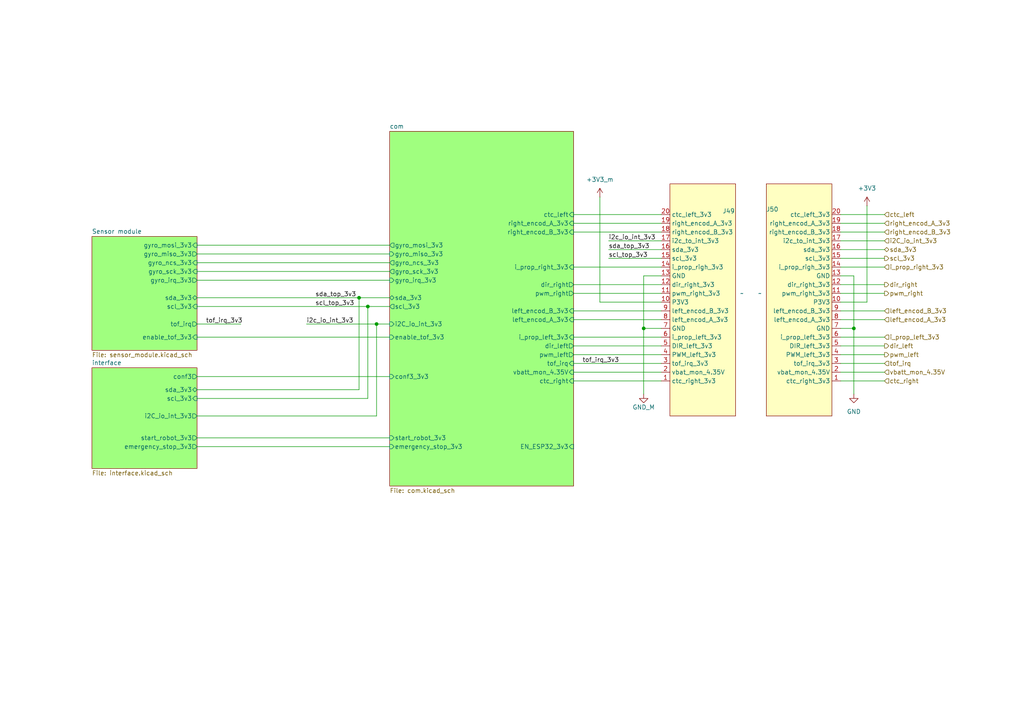
<source format=kicad_sch>
(kicad_sch (version 20231120) (generator "eeschema") (generator_version "8.0")
  (paper "A4")
  (lib_symbols
    (symbol "pmi_2023_specific:interconnect" (in_bom no)
      (property "Reference" "J" (at 7.874 -40.386 0))
      (symbol "interconnect_1_1"
        (rectangle (start -3.81 31.75) (end 15.24 -35.56) (fill (type background)))
        (pin passive line (at -6.35 -25.4 0) (length 2.54) (name "ctc_right_3v3") (number "1"))
        (pin passive line (at -6.35 -2.54 0) (length 2.54) (name "P3V3") (number "10"))
        (pin passive line (at -6.35 0 0) (length 2.54) (name "pwm_right_3v3") (number "11"))
        (pin passive line (at -6.35 2.54 0) (length 2.54) (name "dir_right_3v3") (number "12"))
        (pin passive line (at -6.35 5.08 0) (length 2.54) (name "GND") (number "13"))
        (pin passive line (at -6.35 7.62 0) (length 2.54) (name "i_prop_righ_3v3") (number "14"))
        (pin passive line (at -6.35 10.16 0) (length 2.54) (name "scl_3v3") (number "15"))
        (pin passive line (at -6.35 12.7 0) (length 2.54) (name "sda_3v3") (number "16"))
        (pin passive line (at -6.35 15.24 0) (length 2.54) (name "i2c_to_int_3v3") (number "17"))
        (pin passive line (at -6.35 17.78 0) (length 2.54) (name "right_encod_B_3v3") (number "18"))
        (pin passive line (at -6.35 20.32 0) (length 2.54) (name "right_encod_A_3v3") (number "19"))
        (pin passive line (at -6.35 -22.86 0) (length 2.54) (name "vbat_mon_4.35V") (number "2"))
        (pin passive line (at -6.35 22.86 0) (length 2.54) (name "ctc_left_3v3") (number "20"))
        (pin passive line (at -6.35 -20.32 0) (length 2.54) (name "tof_irq_3v3") (number "3"))
        (pin passive line (at -6.35 -17.78 0) (length 2.54) (name "PWM_left_3v3") (number "4"))
        (pin passive line (at -6.35 -15.24 0) (length 2.54) (name "DIR_left_3v3") (number "5"))
        (pin passive line (at -6.35 -12.7 0) (length 2.54) (name "i_prop_left_3v3") (number "6"))
        (pin passive line (at -6.35 -10.16 0) (length 2.54) (name "GND") (number "7"))
        (pin passive line (at -6.35 -7.62 0) (length 2.54) (name "left_encod_A_3v3") (number "8"))
        (pin passive line (at -6.35 -5.08 0) (length 2.54) (name "left_encod_B_3v3") (number "9"))
      )
    )
    (symbol "power:+3V3" (power) (pin_numbers hide) (pin_names (offset 0) hide)
      (property "Value" "+3V3" (at 0 3.556 0))
      (symbol "+3V3_0_1"
        (polyline (pts (xy -0.762 1.27) (xy 0 2.54)))
        (polyline (pts (xy 0 0) (xy 0 2.54)))
        (polyline (pts (xy 0 2.54) (xy 0.762 1.27)))
      )
      (symbol "+3V3_1_1"
        (pin power_in line (at 0 0 90) (length 0) (name "~") (number "1"))
      )
    )
    (symbol "power:GND" (power) (pin_numbers hide) (pin_names (offset 0) hide)
      (property "Value" "GND" (at 0 -3.81 0))
      (symbol "GND_0_1"
        (polyline (pts (xy 0 0) (xy 0 -1.27) (xy 1.27 -1.27) (xy 0 -2.54) (xy -1.27 -1.27) (xy 0 -1.27)))
      )
      (symbol "GND_1_1"
        (pin power_in line (at 0 0 270) (length 0) (name "~") (number "1"))
      )
    )
  )
  (junction (at 104.14 86.36))
  (junction (at 106.68 88.9))
  (junction (at 247.65 95.25))
  (junction (at 109.22 93.98))
  (junction (at 186.69 95.25))
  (wire (pts (xy 106.68 88.9) (xy 113.03 88.9)))
  (wire (pts (xy 243.84 72.39) (xy 256.54 72.39)))
  (wire (pts (xy 173.99 87.63) (xy 191.77 87.63)))
  (wire (pts (xy 243.84 110.49) (xy 256.54 110.49)))
  (wire (pts (xy 243.84 105.41) (xy 256.54 105.41)))
  (wire (pts (xy 57.15 120.65) (xy 109.22 120.65)))
  (wire (pts (xy 57.15 93.98) (xy 69.85 93.98)))
  (wire (pts (xy 243.84 67.31) (xy 256.54 67.31)))
  (wire (pts (xy 106.68 115.57) (xy 57.15 115.57)))
  (wire (pts (xy 176.53 69.85) (xy 191.77 69.85)))
  (wire (pts (xy 57.15 97.79) (xy 113.03 97.79)))
  (wire (pts (xy 109.22 120.65) (xy 109.22 93.98)))
  (wire (pts (xy 243.84 80.01) (xy 247.65 80.01)))
  (wire (pts (xy 251.46 87.63) (xy 251.46 59.69)))
  (wire (pts (xy 166.37 85.09) (xy 191.77 85.09)))
  (wire (pts (xy 247.65 95.25) (xy 247.65 114.3)))
  (wire (pts (xy 243.84 85.09) (xy 256.54 85.09)))
  (wire (pts (xy 104.14 86.36) (xy 104.14 113.03)))
  (wire (pts (xy 186.69 95.25) (xy 191.77 95.25)))
  (wire (pts (xy 166.37 64.77) (xy 191.77 64.77)))
  (wire (pts (xy 57.15 113.03) (xy 104.14 113.03)))
  (wire (pts (xy 166.37 105.41) (xy 191.77 105.41)))
  (wire (pts (xy 166.37 67.31) (xy 191.77 67.31)))
  (wire (pts (xy 243.84 97.79) (xy 256.54 97.79)))
  (wire (pts (xy 247.65 80.01) (xy 247.65 95.25)))
  (wire (pts (xy 166.37 62.23) (xy 191.77 62.23)))
  (wire (pts (xy 57.15 73.66) (xy 113.03 73.66)))
  (wire (pts (xy 57.15 109.22) (xy 113.03 109.22)))
  (wire (pts (xy 243.84 69.85) (xy 256.54 69.85)))
  (wire (pts (xy 57.15 88.9) (xy 106.68 88.9)))
  (wire (pts (xy 243.84 74.93) (xy 256.54 74.93)))
  (wire (pts (xy 243.84 100.33) (xy 256.54 100.33)))
  (wire (pts (xy 104.14 86.36) (xy 113.03 86.36)))
  (wire (pts (xy 166.37 110.49) (xy 191.77 110.49)))
  (wire (pts (xy 243.84 82.55) (xy 256.54 82.55)))
  (wire (pts (xy 109.22 93.98) (xy 113.03 93.98)))
  (wire (pts (xy 57.15 76.2) (xy 113.03 76.2)))
  (wire (pts (xy 243.84 95.25) (xy 247.65 95.25)))
  (wire (pts (xy 57.15 127) (xy 113.03 127)))
  (wire (pts (xy 166.37 90.17) (xy 191.77 90.17)))
  (wire (pts (xy 243.84 64.77) (xy 256.54 64.77)))
  (wire (pts (xy 191.77 80.01) (xy 186.69 80.01)))
  (wire (pts (xy 166.37 97.79) (xy 191.77 97.79)))
  (wire (pts (xy 166.37 107.95) (xy 191.77 107.95)))
  (wire (pts (xy 243.84 77.47) (xy 256.54 77.47)))
  (wire (pts (xy 166.37 82.55) (xy 191.77 82.55)))
  (wire (pts (xy 88.9 93.98) (xy 109.22 93.98)))
  (wire (pts (xy 166.37 77.47) (xy 191.77 77.47)))
  (wire (pts (xy 243.84 107.95) (xy 256.54 107.95)))
  (wire (pts (xy 57.15 81.28) (xy 113.03 81.28)))
  (wire (pts (xy 243.84 90.17) (xy 256.54 90.17)))
  (wire (pts (xy 243.84 102.87) (xy 256.54 102.87)))
  (wire (pts (xy 173.99 57.15) (xy 173.99 87.63)))
  (wire (pts (xy 176.53 74.93) (xy 191.77 74.93)))
  (wire (pts (xy 243.84 92.71) (xy 256.54 92.71)))
  (wire (pts (xy 243.84 87.63) (xy 251.46 87.63)))
  (wire (pts (xy 176.53 72.39) (xy 191.77 72.39)))
  (wire (pts (xy 186.69 95.25) (xy 186.69 114.3)))
  (wire (pts (xy 57.15 129.54) (xy 113.03 129.54)))
  (wire (pts (xy 57.15 71.12) (xy 113.03 71.12)))
  (wire (pts (xy 166.37 92.71) (xy 191.77 92.71)))
  (wire (pts (xy 166.37 102.87) (xy 191.77 102.87)))
  (wire (pts (xy 186.69 80.01) (xy 186.69 95.25)))
  (wire (pts (xy 166.37 100.33) (xy 191.77 100.33)))
  (wire (pts (xy 113.03 78.74) (xy 57.15 78.74)))
  (wire (pts (xy 57.15 86.36) (xy 104.14 86.36)))
  (wire (pts (xy 106.68 88.9) (xy 106.68 115.57)))
  (wire (pts (xy 243.84 62.23) (xy 256.54 62.23)))
  (label "i2c_io_int_3v3" (at 176.53 69.85 0))
  (label "tof_irq_3v3" (at 168.91 105.41 0))
  (label "tof_irq_3v3" (at 59.69 93.98 0))
  (label "i2c_io_int_3v3" (at 88.9 93.98 0))
  (label "scl_top_3v3" (at 91.44 88.9 0))
  (label "sda_top_3v3" (at 91.44 86.36 0))
  (label "scl_top_3v3" (at 176.53 74.93 0))
  (label "sda_top_3v3" (at 176.53 72.39 0))
  (hierarchical_label "pwm_left" (shape output) (at 256.54 102.87 0))
  (hierarchical_label "left_encod_A_3v3" (shape input) (at 256.54 92.71 0))
  (hierarchical_label "dir_left" (shape output) (at 256.54 100.33 0))
  (hierarchical_label "ctc_left" (shape input) (at 256.54 62.23 0))
  (hierarchical_label "i_prop_left_3v3" (shape input) (at 256.54 97.79 0))
  (hierarchical_label "i2C_io_int_3v3" (shape input) (at 256.54 69.85 0))
  (hierarchical_label "vbatt_mon_4.35V" (shape input) (at 256.54 107.95 0))
  (hierarchical_label "scl_3v3" (shape output) (at 256.54 74.93 0))
  (hierarchical_label "ctc_right" (shape input) (at 256.54 110.49 0))
  (hierarchical_label "sda_3v3" (shape bidirectional) (at 256.54 72.39 0))
  (hierarchical_label "i_prop_right_3v3" (shape input) (at 256.54 77.47 0))
  (hierarchical_label "left_encod_B_3v3" (shape input) (at 256.54 90.17 0))
  (hierarchical_label "pwm_right" (shape output) (at 256.54 85.09 0))
  (hierarchical_label "tof_irq" (shape input) (at 256.54 105.41 0))
  (hierarchical_label "right_encod_A_3v3" (shape input) (at 256.54 64.77 0))
  (hierarchical_label "right_encod_B_3v3" (shape input) (at 256.54 67.31 0))
  (hierarchical_label "dir_right" (shape output) (at 256.54 82.55 0))
  (symbol (lib_id "power:GND") (at 186.69 114.3 0) (unit 1)
    (property "Reference" "#PWR099" (effects (hide yes)))
    (property "Value" "GND_M" (at 186.69 118.11 0))
    (property "Description" "Power symbol creates a global label with name \"GND\" , ground" (effects (hide yes)))
  )
  (symbol (lib_id "power:+3V3") (at 251.46 59.69 0) (unit 1)
    (property "Reference" "#PWR038" (effects (hide yes)))
    (property "Value" "+3V3" (at 251.46 54.61 0))
    (property "Description" "Power symbol creates a global label with name \"+3V3\"" (effects (hide yes)))
  )
  (symbol (lib_id "pmi_2023_specific:interconnect") (at 198.12 85.09 0) (unit 1) (in_bom no)
    (property "Reference" "J49" (at 209.55 61.214 0) (effects (justify left)))
    (property "Value" "~" (at 214.63 85.09 0) (effects (justify left)))
    (property "Footprint" "pmi_2023_specific:pmi_2023_interconnection" (effects (hide yes)))
  )
  (symbol (lib_id "power:GND") (at 247.65 114.3 0) (unit 1)
    (property "Reference" "#PWR039" (effects (hide yes)))
    (property "Value" "GND" (at 247.65 119.38 0))
    (property "Description" "Power symbol creates a global label with name \"GND\" , ground" (effects (hide yes)))
  )
  (symbol (lib_id "pmi_2023_specific:interconnect") (at 237.49 85.09 0) (mirror y) (unit 1) (in_bom no)
    (property "Reference" "J50" (at 225.806 60.706 0) (effects (justify left)))
    (property "Value" "~" (at 220.98 85.09 0) (effects (justify left)))
    (property "Footprint" "pmi_2023_specific:pmi_2023_interconnection" (effects (hide yes)))
  )
  (symbol (lib_id "power:+3V3") (at 173.99 57.15 0) (unit 1)
    (property "Reference" "#PWR098" (effects (hide yes)))
    (property "Value" "+3V3_m" (at 173.99 52.07 0))
    (property "Description" "Power symbol creates a global label with name \"+3V3\"" (effects (hide yes)))
  )
  (sheet (at 113.03 38.1) (size 53.34 102.87) (stroke (width 0.1524)) (fill (color 160 255 127 1.0000))
    (property "Sheetname" "com" (at 113.03 37.3884 0) (effects (justify left bottom)))
    (property "Sheetfile" "com.kicad_sch" (at 113.03 141.5546 0) (effects (justify left top)))
    (pin "EN_ESP32_3v3" input (at 166.37 129.54 0))
    (pin "vbatt_mon_4.35V" input (at 166.37 107.95 0))
    (pin "pwm_left" output (at 166.37 102.87 0))
    (pin "pwm_right" output (at 166.37 85.09 0))
    (pin "dir_right" output (at 166.37 82.55 0))
    (pin "dir_left" output (at 166.37 100.33 0))
    (pin "right_encod_B_3v3" input (at 166.37 67.31 0))
    (pin "left_encod_B_3v3" input (at 166.37 90.17 0))
    (pin "left_encod_A_3v3" input (at 166.37 92.71 0))
    (pin "i_prop_left_3v3" input (at 166.37 97.79 0))
    (pin "i_prop_right_3v3" input (at 166.37 77.47 0))
    (pin "sda_3v3" bidirectional (at 113.03 86.36 180))
    (pin "scl_3v3" output (at 113.03 88.9 180))
    (pin "ctc_left" input (at 166.37 62.23 0))
    (pin "ctc_right" input (at 166.37 110.49 0))
    (pin "tof_irq" input (at 166.37 105.41 0))
    (pin "i2C_io_int_3v3" input (at 113.03 93.98 180))
    (pin "gyro_miso_3v3" input (at 113.03 73.66 180))
    (pin "gyro_sck_3v3" output (at 113.03 78.74 180))
    (pin "gyro_ncs_3v3" output (at 113.03 76.2 180))
    (pin "gyro_mosi_3v3" output (at 113.03 71.12 180))
    (pin "start_robot_3v3" input (at 113.03 127 180))
    (pin "emergency_stop_3v3" input (at 113.03 129.54 180))
    (pin "gyro_irq_3v3" input (at 113.03 81.28 180))
    (pin "right_encod_A_3v3" input (at 166.37 64.77 0))
    (pin "conf3_3v3" input (at 113.03 109.22 180))
    (pin "enable_tof_3v3" input (at 113.03 97.79 180))
  )
  (sheet (at 26.67 106.68) (size 30.48 29.21) (stroke (width 0.1524)) (fill (color 160 255 127 1.0000))
    (property "Sheetname" "interface" (at 26.67 105.9684 0) (effects (justify left bottom)))
    (property "Sheetfile" "interface.kicad_sch" (at 26.67 136.4746 0) (effects (justify left top)))
    (pin "i2C_io_int_3v3" output (at 57.15 120.65 0))
    (pin "sda_3v3" bidirectional (at 57.15 113.03 0))
    (pin "scl_3v3" input (at 57.15 115.57 0))
    (pin "start_robot_3v3" output (at 57.15 127 0))
    (pin "emergency_stop_3v3" output (at 57.15 129.54 0))
    (pin "conf3" output (at 57.15 109.22 0))
  )
  (sheet (at 26.67 68.58) (size 30.48 33.02) (stroke (width 0.1524)) (fill (color 160 255 127 1.0000))
    (property "Sheetname" "Sensor module" (at 26.67 67.8684 0) (effects (justify left bottom)))
    (property "Sheetfile" "sensor_module.kicad_sch" (at 26.67 102.1846 0) (effects (justify left top)))
    (pin "gyro_mosi_3v3" input (at 57.15 71.12 0))
    (pin "gyro_ncs_3v3" input (at 57.15 76.2 0))
    (pin "gyro_sck_3v3" input (at 57.15 78.74 0))
    (pin "gyro_miso_3v3" output (at 57.15 73.66 0))
    (pin "gyro_irq_3v3" output (at 57.15 81.28 0))
    (pin "scl_3v3" input (at 57.15 88.9 0))
    (pin "tof_irq" output (at 57.15 93.98 0))
    (pin "sda_3v3" bidirectional (at 57.15 86.36 0))
    (pin "enable_tof_3v3" input (at 57.15 97.79 0))
  )
)
</source>
